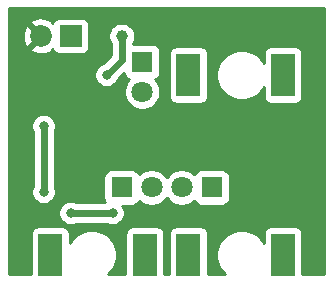
<source format=gbr>
%TF.GenerationSoftware,KiCad,Pcbnew,(5.1.9)-1*%
%TF.CreationDate,2021-03-03T01:29:12+00:00*%
%TF.ProjectId,NOR,4e4f522e-6b69-4636-9164-5f7063625858,rev?*%
%TF.SameCoordinates,Original*%
%TF.FileFunction,Copper,L2,Bot*%
%TF.FilePolarity,Positive*%
%FSLAX46Y46*%
G04 Gerber Fmt 4.6, Leading zero omitted, Abs format (unit mm)*
G04 Created by KiCad (PCBNEW (5.1.9)-1) date 2021-03-03 01:29:12*
%MOMM*%
%LPD*%
G01*
G04 APERTURE LIST*
%TA.AperFunction,ComponentPad*%
%ADD10R,1.850000X1.850000*%
%TD*%
%TA.AperFunction,ComponentPad*%
%ADD11C,1.850000*%
%TD*%
%TA.AperFunction,ComponentPad*%
%ADD12R,2.000000X3.600000*%
%TD*%
%TA.AperFunction,ComponentPad*%
%ADD13R,1.800000X1.800000*%
%TD*%
%TA.AperFunction,ComponentPad*%
%ADD14C,1.800000*%
%TD*%
%TA.AperFunction,ViaPad*%
%ADD15C,0.800000*%
%TD*%
%TA.AperFunction,ViaPad*%
%ADD16C,1.000000*%
%TD*%
%TA.AperFunction,Conductor*%
%ADD17C,0.600000*%
%TD*%
%TA.AperFunction,Conductor*%
%ADD18C,0.254000*%
%TD*%
%TA.AperFunction,Conductor*%
%ADD19C,0.100000*%
%TD*%
G04 APERTURE END LIST*
D10*
%TO.P,J1,1*%
%TO.N,+5V*%
X43942000Y-64008000D03*
D11*
%TO.P,J1,2*%
%TO.N,GND*%
X41442000Y-64008000D03*
%TD*%
D12*
%TO.P,J2,2*%
%TO.N,Net-(J2-Pad2)*%
X42220000Y-82550000D03*
%TO.P,J2,1*%
%TO.N,Net-(J2-Pad1)*%
X50220000Y-82550000D03*
%TD*%
%TO.P,J4,2*%
%TO.N,Net-(J4-Pad2)*%
X61920000Y-67310000D03*
%TO.P,J4,1*%
%TO.N,Net-(J4-Pad1)*%
X53920000Y-67310000D03*
%TD*%
%TO.P,J3,2*%
%TO.N,Net-(J3-Pad2)*%
X61920000Y-82550000D03*
%TO.P,J3,1*%
%TO.N,Net-(J3-Pad1)*%
X53920000Y-82550000D03*
%TD*%
D13*
%TO.P,D3,1*%
%TO.N,Net-(D3-Pad1)*%
X50000000Y-66195000D03*
D14*
%TO.P,D3,2*%
%TO.N,Net-(D3-Pad2)*%
X50000000Y-68735000D03*
%TD*%
D13*
%TO.P,D2,1*%
%TO.N,Net-(D2-Pad1)*%
X55880000Y-76835000D03*
D14*
%TO.P,D2,2*%
%TO.N,+5V*%
X53340000Y-76835000D03*
%TD*%
D13*
%TO.P,D1,1*%
%TO.N,Net-(D1-Pad1)*%
X48260000Y-76835000D03*
D14*
%TO.P,D1,2*%
%TO.N,+5V*%
X50800000Y-76835000D03*
%TD*%
D15*
%TO.N,GND*%
X65024000Y-80264000D03*
X63500000Y-78232000D03*
X64008000Y-73660000D03*
X64262000Y-64770000D03*
X47752000Y-73914000D03*
X44450000Y-68834000D03*
X39624000Y-80518000D03*
X39370000Y-70866000D03*
%TO.N,Net-(J4-Pad1)*%
X46990000Y-67310000D03*
D16*
X48260000Y-64008000D03*
D15*
%TO.N,Net-(J2-Pad1)*%
X47498000Y-78994000D03*
X43942000Y-78994000D03*
X41656000Y-77216000D03*
X41656000Y-71628000D03*
%TD*%
D17*
%TO.N,Net-(J4-Pad1)*%
X46990000Y-67310000D02*
X48260000Y-66040000D01*
X48260000Y-66040000D02*
X48260000Y-64008000D01*
%TO.N,Net-(J2-Pad1)*%
X47498000Y-78994000D02*
X43942000Y-78994000D01*
X41656000Y-77216000D02*
X41656000Y-71882000D01*
%TD*%
D18*
%TO.N,GND*%
X65380000Y-84201000D02*
X63558072Y-84201000D01*
X63558072Y-80750000D01*
X63545812Y-80625518D01*
X63509502Y-80505820D01*
X63450537Y-80395506D01*
X63371185Y-80298815D01*
X63274494Y-80219463D01*
X63164180Y-80160498D01*
X63044482Y-80124188D01*
X62920000Y-80111928D01*
X60920000Y-80111928D01*
X60795518Y-80124188D01*
X60675820Y-80160498D01*
X60565506Y-80219463D01*
X60468815Y-80298815D01*
X60389463Y-80395506D01*
X60330498Y-80505820D01*
X60294188Y-80625518D01*
X60281928Y-80750000D01*
X60281928Y-81493674D01*
X60078363Y-81189017D01*
X59780983Y-80891637D01*
X59431302Y-80657988D01*
X59042756Y-80497047D01*
X58630279Y-80415000D01*
X58209721Y-80415000D01*
X57797244Y-80497047D01*
X57408698Y-80657988D01*
X57059017Y-80891637D01*
X56761637Y-81189017D01*
X56527988Y-81538698D01*
X56367047Y-81927244D01*
X56285000Y-82339721D01*
X56285000Y-82760279D01*
X56367047Y-83172756D01*
X56527988Y-83561302D01*
X56761637Y-83910983D01*
X57051654Y-84201000D01*
X55558072Y-84201000D01*
X55558072Y-80750000D01*
X55545812Y-80625518D01*
X55509502Y-80505820D01*
X55450537Y-80395506D01*
X55371185Y-80298815D01*
X55274494Y-80219463D01*
X55164180Y-80160498D01*
X55044482Y-80124188D01*
X54920000Y-80111928D01*
X52920000Y-80111928D01*
X52795518Y-80124188D01*
X52675820Y-80160498D01*
X52565506Y-80219463D01*
X52468815Y-80298815D01*
X52389463Y-80395506D01*
X52330498Y-80505820D01*
X52294188Y-80625518D01*
X52281928Y-80750000D01*
X52281928Y-84201000D01*
X51858072Y-84201000D01*
X51858072Y-80750000D01*
X51845812Y-80625518D01*
X51809502Y-80505820D01*
X51750537Y-80395506D01*
X51671185Y-80298815D01*
X51574494Y-80219463D01*
X51464180Y-80160498D01*
X51344482Y-80124188D01*
X51220000Y-80111928D01*
X49220000Y-80111928D01*
X49095518Y-80124188D01*
X48975820Y-80160498D01*
X48865506Y-80219463D01*
X48768815Y-80298815D01*
X48689463Y-80395506D01*
X48630498Y-80505820D01*
X48594188Y-80625518D01*
X48581928Y-80750000D01*
X48581928Y-84201000D01*
X47088346Y-84201000D01*
X47378363Y-83910983D01*
X47612012Y-83561302D01*
X47772953Y-83172756D01*
X47855000Y-82760279D01*
X47855000Y-82339721D01*
X47772953Y-81927244D01*
X47612012Y-81538698D01*
X47378363Y-81189017D01*
X47080983Y-80891637D01*
X46731302Y-80657988D01*
X46342756Y-80497047D01*
X45930279Y-80415000D01*
X45509721Y-80415000D01*
X45097244Y-80497047D01*
X44708698Y-80657988D01*
X44359017Y-80891637D01*
X44061637Y-81189017D01*
X43858072Y-81493674D01*
X43858072Y-80750000D01*
X43845812Y-80625518D01*
X43809502Y-80505820D01*
X43750537Y-80395506D01*
X43671185Y-80298815D01*
X43574494Y-80219463D01*
X43464180Y-80160498D01*
X43344482Y-80124188D01*
X43220000Y-80111928D01*
X41220000Y-80111928D01*
X41095518Y-80124188D01*
X40975820Y-80160498D01*
X40865506Y-80219463D01*
X40768815Y-80298815D01*
X40689463Y-80395506D01*
X40630498Y-80505820D01*
X40594188Y-80625518D01*
X40581928Y-80750000D01*
X40581928Y-84201000D01*
X38760000Y-84201000D01*
X38760000Y-78892061D01*
X42907000Y-78892061D01*
X42907000Y-79095939D01*
X42946774Y-79295898D01*
X43024795Y-79484256D01*
X43138063Y-79653774D01*
X43282226Y-79797937D01*
X43451744Y-79911205D01*
X43640102Y-79989226D01*
X43840061Y-80029000D01*
X44043939Y-80029000D01*
X44243898Y-79989226D01*
X44389295Y-79929000D01*
X47050705Y-79929000D01*
X47196102Y-79989226D01*
X47396061Y-80029000D01*
X47599939Y-80029000D01*
X47799898Y-79989226D01*
X47988256Y-79911205D01*
X48157774Y-79797937D01*
X48301937Y-79653774D01*
X48415205Y-79484256D01*
X48493226Y-79295898D01*
X48533000Y-79095939D01*
X48533000Y-78892061D01*
X48493226Y-78692102D01*
X48415205Y-78503744D01*
X48327893Y-78373072D01*
X49160000Y-78373072D01*
X49284482Y-78360812D01*
X49404180Y-78324502D01*
X49514494Y-78265537D01*
X49611185Y-78186185D01*
X49690537Y-78089494D01*
X49749502Y-77979180D01*
X49755056Y-77960873D01*
X49821495Y-78027312D01*
X50072905Y-78195299D01*
X50352257Y-78311011D01*
X50648816Y-78370000D01*
X50951184Y-78370000D01*
X51247743Y-78311011D01*
X51527095Y-78195299D01*
X51778505Y-78027312D01*
X51992312Y-77813505D01*
X52070000Y-77697237D01*
X52147688Y-77813505D01*
X52361495Y-78027312D01*
X52612905Y-78195299D01*
X52892257Y-78311011D01*
X53188816Y-78370000D01*
X53491184Y-78370000D01*
X53787743Y-78311011D01*
X54067095Y-78195299D01*
X54318505Y-78027312D01*
X54384944Y-77960873D01*
X54390498Y-77979180D01*
X54449463Y-78089494D01*
X54528815Y-78186185D01*
X54625506Y-78265537D01*
X54735820Y-78324502D01*
X54855518Y-78360812D01*
X54980000Y-78373072D01*
X56780000Y-78373072D01*
X56904482Y-78360812D01*
X57024180Y-78324502D01*
X57134494Y-78265537D01*
X57231185Y-78186185D01*
X57310537Y-78089494D01*
X57369502Y-77979180D01*
X57405812Y-77859482D01*
X57418072Y-77735000D01*
X57418072Y-75935000D01*
X57405812Y-75810518D01*
X57369502Y-75690820D01*
X57310537Y-75580506D01*
X57231185Y-75483815D01*
X57134494Y-75404463D01*
X57024180Y-75345498D01*
X56904482Y-75309188D01*
X56780000Y-75296928D01*
X54980000Y-75296928D01*
X54855518Y-75309188D01*
X54735820Y-75345498D01*
X54625506Y-75404463D01*
X54528815Y-75483815D01*
X54449463Y-75580506D01*
X54390498Y-75690820D01*
X54384944Y-75709127D01*
X54318505Y-75642688D01*
X54067095Y-75474701D01*
X53787743Y-75358989D01*
X53491184Y-75300000D01*
X53188816Y-75300000D01*
X52892257Y-75358989D01*
X52612905Y-75474701D01*
X52361495Y-75642688D01*
X52147688Y-75856495D01*
X52070000Y-75972763D01*
X51992312Y-75856495D01*
X51778505Y-75642688D01*
X51527095Y-75474701D01*
X51247743Y-75358989D01*
X50951184Y-75300000D01*
X50648816Y-75300000D01*
X50352257Y-75358989D01*
X50072905Y-75474701D01*
X49821495Y-75642688D01*
X49755056Y-75709127D01*
X49749502Y-75690820D01*
X49690537Y-75580506D01*
X49611185Y-75483815D01*
X49514494Y-75404463D01*
X49404180Y-75345498D01*
X49284482Y-75309188D01*
X49160000Y-75296928D01*
X47360000Y-75296928D01*
X47235518Y-75309188D01*
X47115820Y-75345498D01*
X47005506Y-75404463D01*
X46908815Y-75483815D01*
X46829463Y-75580506D01*
X46770498Y-75690820D01*
X46734188Y-75810518D01*
X46721928Y-75935000D01*
X46721928Y-77735000D01*
X46734188Y-77859482D01*
X46770498Y-77979180D01*
X46813163Y-78059000D01*
X44389295Y-78059000D01*
X44243898Y-77998774D01*
X44043939Y-77959000D01*
X43840061Y-77959000D01*
X43640102Y-77998774D01*
X43451744Y-78076795D01*
X43282226Y-78190063D01*
X43138063Y-78334226D01*
X43024795Y-78503744D01*
X42946774Y-78692102D01*
X42907000Y-78892061D01*
X38760000Y-78892061D01*
X38760000Y-71526061D01*
X40621000Y-71526061D01*
X40621000Y-71729939D01*
X40660774Y-71929898D01*
X40721001Y-72075298D01*
X40721000Y-76768704D01*
X40660774Y-76914102D01*
X40621000Y-77114061D01*
X40621000Y-77317939D01*
X40660774Y-77517898D01*
X40738795Y-77706256D01*
X40852063Y-77875774D01*
X40996226Y-78019937D01*
X41165744Y-78133205D01*
X41354102Y-78211226D01*
X41554061Y-78251000D01*
X41757939Y-78251000D01*
X41957898Y-78211226D01*
X42146256Y-78133205D01*
X42315774Y-78019937D01*
X42459937Y-77875774D01*
X42573205Y-77706256D01*
X42651226Y-77517898D01*
X42691000Y-77317939D01*
X42691000Y-77114061D01*
X42651226Y-76914102D01*
X42591000Y-76768705D01*
X42591000Y-72075295D01*
X42651226Y-71929898D01*
X42691000Y-71729939D01*
X42691000Y-71526061D01*
X42651226Y-71326102D01*
X42573205Y-71137744D01*
X42459937Y-70968226D01*
X42315774Y-70824063D01*
X42146256Y-70710795D01*
X41957898Y-70632774D01*
X41757939Y-70593000D01*
X41554061Y-70593000D01*
X41354102Y-70632774D01*
X41165744Y-70710795D01*
X40996226Y-70824063D01*
X40852063Y-70968226D01*
X40738795Y-71137744D01*
X40660774Y-71326102D01*
X40621000Y-71526061D01*
X38760000Y-71526061D01*
X38760000Y-67208061D01*
X45955000Y-67208061D01*
X45955000Y-67411939D01*
X45994774Y-67611898D01*
X46072795Y-67800256D01*
X46186063Y-67969774D01*
X46330226Y-68113937D01*
X46499744Y-68227205D01*
X46688102Y-68305226D01*
X46888061Y-68345000D01*
X47091939Y-68345000D01*
X47291898Y-68305226D01*
X47480256Y-68227205D01*
X47649774Y-68113937D01*
X47793937Y-67969774D01*
X47907205Y-67800256D01*
X47967431Y-67654858D01*
X48467788Y-67154501D01*
X48474188Y-67219482D01*
X48510498Y-67339180D01*
X48569463Y-67449494D01*
X48648815Y-67546185D01*
X48745506Y-67625537D01*
X48855820Y-67684502D01*
X48874127Y-67690056D01*
X48807688Y-67756495D01*
X48639701Y-68007905D01*
X48523989Y-68287257D01*
X48465000Y-68583816D01*
X48465000Y-68886184D01*
X48523989Y-69182743D01*
X48639701Y-69462095D01*
X48807688Y-69713505D01*
X49021495Y-69927312D01*
X49272905Y-70095299D01*
X49552257Y-70211011D01*
X49848816Y-70270000D01*
X50151184Y-70270000D01*
X50447743Y-70211011D01*
X50727095Y-70095299D01*
X50978505Y-69927312D01*
X51192312Y-69713505D01*
X51360299Y-69462095D01*
X51476011Y-69182743D01*
X51535000Y-68886184D01*
X51535000Y-68583816D01*
X51476011Y-68287257D01*
X51360299Y-68007905D01*
X51192312Y-67756495D01*
X51125873Y-67690056D01*
X51144180Y-67684502D01*
X51254494Y-67625537D01*
X51351185Y-67546185D01*
X51430537Y-67449494D01*
X51489502Y-67339180D01*
X51525812Y-67219482D01*
X51538072Y-67095000D01*
X51538072Y-65510000D01*
X52281928Y-65510000D01*
X52281928Y-69110000D01*
X52294188Y-69234482D01*
X52330498Y-69354180D01*
X52389463Y-69464494D01*
X52468815Y-69561185D01*
X52565506Y-69640537D01*
X52675820Y-69699502D01*
X52795518Y-69735812D01*
X52920000Y-69748072D01*
X54920000Y-69748072D01*
X55044482Y-69735812D01*
X55164180Y-69699502D01*
X55274494Y-69640537D01*
X55371185Y-69561185D01*
X55450537Y-69464494D01*
X55509502Y-69354180D01*
X55545812Y-69234482D01*
X55558072Y-69110000D01*
X55558072Y-67099721D01*
X56285000Y-67099721D01*
X56285000Y-67520279D01*
X56367047Y-67932756D01*
X56527988Y-68321302D01*
X56761637Y-68670983D01*
X57059017Y-68968363D01*
X57408698Y-69202012D01*
X57797244Y-69362953D01*
X58209721Y-69445000D01*
X58630279Y-69445000D01*
X59042756Y-69362953D01*
X59431302Y-69202012D01*
X59780983Y-68968363D01*
X60078363Y-68670983D01*
X60281928Y-68366326D01*
X60281928Y-69110000D01*
X60294188Y-69234482D01*
X60330498Y-69354180D01*
X60389463Y-69464494D01*
X60468815Y-69561185D01*
X60565506Y-69640537D01*
X60675820Y-69699502D01*
X60795518Y-69735812D01*
X60920000Y-69748072D01*
X62920000Y-69748072D01*
X63044482Y-69735812D01*
X63164180Y-69699502D01*
X63274494Y-69640537D01*
X63371185Y-69561185D01*
X63450537Y-69464494D01*
X63509502Y-69354180D01*
X63545812Y-69234482D01*
X63558072Y-69110000D01*
X63558072Y-65510000D01*
X63545812Y-65385518D01*
X63509502Y-65265820D01*
X63450537Y-65155506D01*
X63371185Y-65058815D01*
X63274494Y-64979463D01*
X63164180Y-64920498D01*
X63044482Y-64884188D01*
X62920000Y-64871928D01*
X60920000Y-64871928D01*
X60795518Y-64884188D01*
X60675820Y-64920498D01*
X60565506Y-64979463D01*
X60468815Y-65058815D01*
X60389463Y-65155506D01*
X60330498Y-65265820D01*
X60294188Y-65385518D01*
X60281928Y-65510000D01*
X60281928Y-66253674D01*
X60078363Y-65949017D01*
X59780983Y-65651637D01*
X59431302Y-65417988D01*
X59042756Y-65257047D01*
X58630279Y-65175000D01*
X58209721Y-65175000D01*
X57797244Y-65257047D01*
X57408698Y-65417988D01*
X57059017Y-65651637D01*
X56761637Y-65949017D01*
X56527988Y-66298698D01*
X56367047Y-66687244D01*
X56285000Y-67099721D01*
X55558072Y-67099721D01*
X55558072Y-65510000D01*
X55545812Y-65385518D01*
X55509502Y-65265820D01*
X55450537Y-65155506D01*
X55371185Y-65058815D01*
X55274494Y-64979463D01*
X55164180Y-64920498D01*
X55044482Y-64884188D01*
X54920000Y-64871928D01*
X52920000Y-64871928D01*
X52795518Y-64884188D01*
X52675820Y-64920498D01*
X52565506Y-64979463D01*
X52468815Y-65058815D01*
X52389463Y-65155506D01*
X52330498Y-65265820D01*
X52294188Y-65385518D01*
X52281928Y-65510000D01*
X51538072Y-65510000D01*
X51538072Y-65295000D01*
X51525812Y-65170518D01*
X51489502Y-65050820D01*
X51430537Y-64940506D01*
X51351185Y-64843815D01*
X51254494Y-64764463D01*
X51144180Y-64705498D01*
X51024482Y-64669188D01*
X50900000Y-64656928D01*
X49195000Y-64656928D01*
X49195000Y-64651619D01*
X49265824Y-64545624D01*
X49351383Y-64339067D01*
X49395000Y-64119788D01*
X49395000Y-63896212D01*
X49351383Y-63676933D01*
X49265824Y-63470376D01*
X49141612Y-63284480D01*
X48983520Y-63126388D01*
X48797624Y-63002176D01*
X48591067Y-62916617D01*
X48371788Y-62873000D01*
X48148212Y-62873000D01*
X47928933Y-62916617D01*
X47722376Y-63002176D01*
X47536480Y-63126388D01*
X47378388Y-63284480D01*
X47254176Y-63470376D01*
X47168617Y-63676933D01*
X47125000Y-63896212D01*
X47125000Y-64119788D01*
X47168617Y-64339067D01*
X47254176Y-64545624D01*
X47325001Y-64651620D01*
X47325000Y-65652710D01*
X46645142Y-66332569D01*
X46499744Y-66392795D01*
X46330226Y-66506063D01*
X46186063Y-66650226D01*
X46072795Y-66819744D01*
X45994774Y-67008102D01*
X45955000Y-67208061D01*
X38760000Y-67208061D01*
X38760000Y-64073562D01*
X39875824Y-64073562D01*
X39918708Y-64377848D01*
X40020132Y-64667921D01*
X40103347Y-64823607D01*
X40360083Y-64910312D01*
X41262395Y-64008000D01*
X40360083Y-63105688D01*
X40103347Y-63192393D01*
X39969952Y-63469223D01*
X39893127Y-63766757D01*
X39875824Y-64073562D01*
X38760000Y-64073562D01*
X38760000Y-62926083D01*
X40539688Y-62926083D01*
X41442000Y-63828395D01*
X41456143Y-63814253D01*
X41635748Y-63993858D01*
X41621605Y-64008000D01*
X41635748Y-64022143D01*
X41456143Y-64201748D01*
X41442000Y-64187605D01*
X40539688Y-65089917D01*
X40626393Y-65346653D01*
X40903223Y-65480048D01*
X41200757Y-65556873D01*
X41507562Y-65574176D01*
X41811848Y-65531292D01*
X42101921Y-65429868D01*
X42257607Y-65346653D01*
X42344311Y-65089919D01*
X42425724Y-65171332D01*
X42427498Y-65177180D01*
X42486463Y-65287494D01*
X42565815Y-65384185D01*
X42662506Y-65463537D01*
X42772820Y-65522502D01*
X42892518Y-65558812D01*
X43017000Y-65571072D01*
X44867000Y-65571072D01*
X44991482Y-65558812D01*
X45111180Y-65522502D01*
X45221494Y-65463537D01*
X45318185Y-65384185D01*
X45397537Y-65287494D01*
X45456502Y-65177180D01*
X45492812Y-65057482D01*
X45505072Y-64933000D01*
X45505072Y-63083000D01*
X45492812Y-62958518D01*
X45456502Y-62838820D01*
X45397537Y-62728506D01*
X45318185Y-62631815D01*
X45221494Y-62552463D01*
X45111180Y-62493498D01*
X44991482Y-62457188D01*
X44867000Y-62444928D01*
X43017000Y-62444928D01*
X42892518Y-62457188D01*
X42772820Y-62493498D01*
X42662506Y-62552463D01*
X42565815Y-62631815D01*
X42486463Y-62728506D01*
X42427498Y-62838820D01*
X42425724Y-62844668D01*
X42344311Y-62926081D01*
X42257607Y-62669347D01*
X41980777Y-62535952D01*
X41683243Y-62459127D01*
X41376438Y-62441824D01*
X41072152Y-62484708D01*
X40782079Y-62586132D01*
X40626393Y-62669347D01*
X40539688Y-62926083D01*
X38760000Y-62926083D01*
X38760000Y-61620000D01*
X65380001Y-61620000D01*
X65380000Y-84201000D01*
%TA.AperFunction,Conductor*%
D19*
G36*
X65380000Y-84201000D02*
G01*
X63558072Y-84201000D01*
X63558072Y-80750000D01*
X63545812Y-80625518D01*
X63509502Y-80505820D01*
X63450537Y-80395506D01*
X63371185Y-80298815D01*
X63274494Y-80219463D01*
X63164180Y-80160498D01*
X63044482Y-80124188D01*
X62920000Y-80111928D01*
X60920000Y-80111928D01*
X60795518Y-80124188D01*
X60675820Y-80160498D01*
X60565506Y-80219463D01*
X60468815Y-80298815D01*
X60389463Y-80395506D01*
X60330498Y-80505820D01*
X60294188Y-80625518D01*
X60281928Y-80750000D01*
X60281928Y-81493674D01*
X60078363Y-81189017D01*
X59780983Y-80891637D01*
X59431302Y-80657988D01*
X59042756Y-80497047D01*
X58630279Y-80415000D01*
X58209721Y-80415000D01*
X57797244Y-80497047D01*
X57408698Y-80657988D01*
X57059017Y-80891637D01*
X56761637Y-81189017D01*
X56527988Y-81538698D01*
X56367047Y-81927244D01*
X56285000Y-82339721D01*
X56285000Y-82760279D01*
X56367047Y-83172756D01*
X56527988Y-83561302D01*
X56761637Y-83910983D01*
X57051654Y-84201000D01*
X55558072Y-84201000D01*
X55558072Y-80750000D01*
X55545812Y-80625518D01*
X55509502Y-80505820D01*
X55450537Y-80395506D01*
X55371185Y-80298815D01*
X55274494Y-80219463D01*
X55164180Y-80160498D01*
X55044482Y-80124188D01*
X54920000Y-80111928D01*
X52920000Y-80111928D01*
X52795518Y-80124188D01*
X52675820Y-80160498D01*
X52565506Y-80219463D01*
X52468815Y-80298815D01*
X52389463Y-80395506D01*
X52330498Y-80505820D01*
X52294188Y-80625518D01*
X52281928Y-80750000D01*
X52281928Y-84201000D01*
X51858072Y-84201000D01*
X51858072Y-80750000D01*
X51845812Y-80625518D01*
X51809502Y-80505820D01*
X51750537Y-80395506D01*
X51671185Y-80298815D01*
X51574494Y-80219463D01*
X51464180Y-80160498D01*
X51344482Y-80124188D01*
X51220000Y-80111928D01*
X49220000Y-80111928D01*
X49095518Y-80124188D01*
X48975820Y-80160498D01*
X48865506Y-80219463D01*
X48768815Y-80298815D01*
X48689463Y-80395506D01*
X48630498Y-80505820D01*
X48594188Y-80625518D01*
X48581928Y-80750000D01*
X48581928Y-84201000D01*
X47088346Y-84201000D01*
X47378363Y-83910983D01*
X47612012Y-83561302D01*
X47772953Y-83172756D01*
X47855000Y-82760279D01*
X47855000Y-82339721D01*
X47772953Y-81927244D01*
X47612012Y-81538698D01*
X47378363Y-81189017D01*
X47080983Y-80891637D01*
X46731302Y-80657988D01*
X46342756Y-80497047D01*
X45930279Y-80415000D01*
X45509721Y-80415000D01*
X45097244Y-80497047D01*
X44708698Y-80657988D01*
X44359017Y-80891637D01*
X44061637Y-81189017D01*
X43858072Y-81493674D01*
X43858072Y-80750000D01*
X43845812Y-80625518D01*
X43809502Y-80505820D01*
X43750537Y-80395506D01*
X43671185Y-80298815D01*
X43574494Y-80219463D01*
X43464180Y-80160498D01*
X43344482Y-80124188D01*
X43220000Y-80111928D01*
X41220000Y-80111928D01*
X41095518Y-80124188D01*
X40975820Y-80160498D01*
X40865506Y-80219463D01*
X40768815Y-80298815D01*
X40689463Y-80395506D01*
X40630498Y-80505820D01*
X40594188Y-80625518D01*
X40581928Y-80750000D01*
X40581928Y-84201000D01*
X38760000Y-84201000D01*
X38760000Y-78892061D01*
X42907000Y-78892061D01*
X42907000Y-79095939D01*
X42946774Y-79295898D01*
X43024795Y-79484256D01*
X43138063Y-79653774D01*
X43282226Y-79797937D01*
X43451744Y-79911205D01*
X43640102Y-79989226D01*
X43840061Y-80029000D01*
X44043939Y-80029000D01*
X44243898Y-79989226D01*
X44389295Y-79929000D01*
X47050705Y-79929000D01*
X47196102Y-79989226D01*
X47396061Y-80029000D01*
X47599939Y-80029000D01*
X47799898Y-79989226D01*
X47988256Y-79911205D01*
X48157774Y-79797937D01*
X48301937Y-79653774D01*
X48415205Y-79484256D01*
X48493226Y-79295898D01*
X48533000Y-79095939D01*
X48533000Y-78892061D01*
X48493226Y-78692102D01*
X48415205Y-78503744D01*
X48327893Y-78373072D01*
X49160000Y-78373072D01*
X49284482Y-78360812D01*
X49404180Y-78324502D01*
X49514494Y-78265537D01*
X49611185Y-78186185D01*
X49690537Y-78089494D01*
X49749502Y-77979180D01*
X49755056Y-77960873D01*
X49821495Y-78027312D01*
X50072905Y-78195299D01*
X50352257Y-78311011D01*
X50648816Y-78370000D01*
X50951184Y-78370000D01*
X51247743Y-78311011D01*
X51527095Y-78195299D01*
X51778505Y-78027312D01*
X51992312Y-77813505D01*
X52070000Y-77697237D01*
X52147688Y-77813505D01*
X52361495Y-78027312D01*
X52612905Y-78195299D01*
X52892257Y-78311011D01*
X53188816Y-78370000D01*
X53491184Y-78370000D01*
X53787743Y-78311011D01*
X54067095Y-78195299D01*
X54318505Y-78027312D01*
X54384944Y-77960873D01*
X54390498Y-77979180D01*
X54449463Y-78089494D01*
X54528815Y-78186185D01*
X54625506Y-78265537D01*
X54735820Y-78324502D01*
X54855518Y-78360812D01*
X54980000Y-78373072D01*
X56780000Y-78373072D01*
X56904482Y-78360812D01*
X57024180Y-78324502D01*
X57134494Y-78265537D01*
X57231185Y-78186185D01*
X57310537Y-78089494D01*
X57369502Y-77979180D01*
X57405812Y-77859482D01*
X57418072Y-77735000D01*
X57418072Y-75935000D01*
X57405812Y-75810518D01*
X57369502Y-75690820D01*
X57310537Y-75580506D01*
X57231185Y-75483815D01*
X57134494Y-75404463D01*
X57024180Y-75345498D01*
X56904482Y-75309188D01*
X56780000Y-75296928D01*
X54980000Y-75296928D01*
X54855518Y-75309188D01*
X54735820Y-75345498D01*
X54625506Y-75404463D01*
X54528815Y-75483815D01*
X54449463Y-75580506D01*
X54390498Y-75690820D01*
X54384944Y-75709127D01*
X54318505Y-75642688D01*
X54067095Y-75474701D01*
X53787743Y-75358989D01*
X53491184Y-75300000D01*
X53188816Y-75300000D01*
X52892257Y-75358989D01*
X52612905Y-75474701D01*
X52361495Y-75642688D01*
X52147688Y-75856495D01*
X52070000Y-75972763D01*
X51992312Y-75856495D01*
X51778505Y-75642688D01*
X51527095Y-75474701D01*
X51247743Y-75358989D01*
X50951184Y-75300000D01*
X50648816Y-75300000D01*
X50352257Y-75358989D01*
X50072905Y-75474701D01*
X49821495Y-75642688D01*
X49755056Y-75709127D01*
X49749502Y-75690820D01*
X49690537Y-75580506D01*
X49611185Y-75483815D01*
X49514494Y-75404463D01*
X49404180Y-75345498D01*
X49284482Y-75309188D01*
X49160000Y-75296928D01*
X47360000Y-75296928D01*
X47235518Y-75309188D01*
X47115820Y-75345498D01*
X47005506Y-75404463D01*
X46908815Y-75483815D01*
X46829463Y-75580506D01*
X46770498Y-75690820D01*
X46734188Y-75810518D01*
X46721928Y-75935000D01*
X46721928Y-77735000D01*
X46734188Y-77859482D01*
X46770498Y-77979180D01*
X46813163Y-78059000D01*
X44389295Y-78059000D01*
X44243898Y-77998774D01*
X44043939Y-77959000D01*
X43840061Y-77959000D01*
X43640102Y-77998774D01*
X43451744Y-78076795D01*
X43282226Y-78190063D01*
X43138063Y-78334226D01*
X43024795Y-78503744D01*
X42946774Y-78692102D01*
X42907000Y-78892061D01*
X38760000Y-78892061D01*
X38760000Y-71526061D01*
X40621000Y-71526061D01*
X40621000Y-71729939D01*
X40660774Y-71929898D01*
X40721001Y-72075298D01*
X40721000Y-76768704D01*
X40660774Y-76914102D01*
X40621000Y-77114061D01*
X40621000Y-77317939D01*
X40660774Y-77517898D01*
X40738795Y-77706256D01*
X40852063Y-77875774D01*
X40996226Y-78019937D01*
X41165744Y-78133205D01*
X41354102Y-78211226D01*
X41554061Y-78251000D01*
X41757939Y-78251000D01*
X41957898Y-78211226D01*
X42146256Y-78133205D01*
X42315774Y-78019937D01*
X42459937Y-77875774D01*
X42573205Y-77706256D01*
X42651226Y-77517898D01*
X42691000Y-77317939D01*
X42691000Y-77114061D01*
X42651226Y-76914102D01*
X42591000Y-76768705D01*
X42591000Y-72075295D01*
X42651226Y-71929898D01*
X42691000Y-71729939D01*
X42691000Y-71526061D01*
X42651226Y-71326102D01*
X42573205Y-71137744D01*
X42459937Y-70968226D01*
X42315774Y-70824063D01*
X42146256Y-70710795D01*
X41957898Y-70632774D01*
X41757939Y-70593000D01*
X41554061Y-70593000D01*
X41354102Y-70632774D01*
X41165744Y-70710795D01*
X40996226Y-70824063D01*
X40852063Y-70968226D01*
X40738795Y-71137744D01*
X40660774Y-71326102D01*
X40621000Y-71526061D01*
X38760000Y-71526061D01*
X38760000Y-67208061D01*
X45955000Y-67208061D01*
X45955000Y-67411939D01*
X45994774Y-67611898D01*
X46072795Y-67800256D01*
X46186063Y-67969774D01*
X46330226Y-68113937D01*
X46499744Y-68227205D01*
X46688102Y-68305226D01*
X46888061Y-68345000D01*
X47091939Y-68345000D01*
X47291898Y-68305226D01*
X47480256Y-68227205D01*
X47649774Y-68113937D01*
X47793937Y-67969774D01*
X47907205Y-67800256D01*
X47967431Y-67654858D01*
X48467788Y-67154501D01*
X48474188Y-67219482D01*
X48510498Y-67339180D01*
X48569463Y-67449494D01*
X48648815Y-67546185D01*
X48745506Y-67625537D01*
X48855820Y-67684502D01*
X48874127Y-67690056D01*
X48807688Y-67756495D01*
X48639701Y-68007905D01*
X48523989Y-68287257D01*
X48465000Y-68583816D01*
X48465000Y-68886184D01*
X48523989Y-69182743D01*
X48639701Y-69462095D01*
X48807688Y-69713505D01*
X49021495Y-69927312D01*
X49272905Y-70095299D01*
X49552257Y-70211011D01*
X49848816Y-70270000D01*
X50151184Y-70270000D01*
X50447743Y-70211011D01*
X50727095Y-70095299D01*
X50978505Y-69927312D01*
X51192312Y-69713505D01*
X51360299Y-69462095D01*
X51476011Y-69182743D01*
X51535000Y-68886184D01*
X51535000Y-68583816D01*
X51476011Y-68287257D01*
X51360299Y-68007905D01*
X51192312Y-67756495D01*
X51125873Y-67690056D01*
X51144180Y-67684502D01*
X51254494Y-67625537D01*
X51351185Y-67546185D01*
X51430537Y-67449494D01*
X51489502Y-67339180D01*
X51525812Y-67219482D01*
X51538072Y-67095000D01*
X51538072Y-65510000D01*
X52281928Y-65510000D01*
X52281928Y-69110000D01*
X52294188Y-69234482D01*
X52330498Y-69354180D01*
X52389463Y-69464494D01*
X52468815Y-69561185D01*
X52565506Y-69640537D01*
X52675820Y-69699502D01*
X52795518Y-69735812D01*
X52920000Y-69748072D01*
X54920000Y-69748072D01*
X55044482Y-69735812D01*
X55164180Y-69699502D01*
X55274494Y-69640537D01*
X55371185Y-69561185D01*
X55450537Y-69464494D01*
X55509502Y-69354180D01*
X55545812Y-69234482D01*
X55558072Y-69110000D01*
X55558072Y-67099721D01*
X56285000Y-67099721D01*
X56285000Y-67520279D01*
X56367047Y-67932756D01*
X56527988Y-68321302D01*
X56761637Y-68670983D01*
X57059017Y-68968363D01*
X57408698Y-69202012D01*
X57797244Y-69362953D01*
X58209721Y-69445000D01*
X58630279Y-69445000D01*
X59042756Y-69362953D01*
X59431302Y-69202012D01*
X59780983Y-68968363D01*
X60078363Y-68670983D01*
X60281928Y-68366326D01*
X60281928Y-69110000D01*
X60294188Y-69234482D01*
X60330498Y-69354180D01*
X60389463Y-69464494D01*
X60468815Y-69561185D01*
X60565506Y-69640537D01*
X60675820Y-69699502D01*
X60795518Y-69735812D01*
X60920000Y-69748072D01*
X62920000Y-69748072D01*
X63044482Y-69735812D01*
X63164180Y-69699502D01*
X63274494Y-69640537D01*
X63371185Y-69561185D01*
X63450537Y-69464494D01*
X63509502Y-69354180D01*
X63545812Y-69234482D01*
X63558072Y-69110000D01*
X63558072Y-65510000D01*
X63545812Y-65385518D01*
X63509502Y-65265820D01*
X63450537Y-65155506D01*
X63371185Y-65058815D01*
X63274494Y-64979463D01*
X63164180Y-64920498D01*
X63044482Y-64884188D01*
X62920000Y-64871928D01*
X60920000Y-64871928D01*
X60795518Y-64884188D01*
X60675820Y-64920498D01*
X60565506Y-64979463D01*
X60468815Y-65058815D01*
X60389463Y-65155506D01*
X60330498Y-65265820D01*
X60294188Y-65385518D01*
X60281928Y-65510000D01*
X60281928Y-66253674D01*
X60078363Y-65949017D01*
X59780983Y-65651637D01*
X59431302Y-65417988D01*
X59042756Y-65257047D01*
X58630279Y-65175000D01*
X58209721Y-65175000D01*
X57797244Y-65257047D01*
X57408698Y-65417988D01*
X57059017Y-65651637D01*
X56761637Y-65949017D01*
X56527988Y-66298698D01*
X56367047Y-66687244D01*
X56285000Y-67099721D01*
X55558072Y-67099721D01*
X55558072Y-65510000D01*
X55545812Y-65385518D01*
X55509502Y-65265820D01*
X55450537Y-65155506D01*
X55371185Y-65058815D01*
X55274494Y-64979463D01*
X55164180Y-64920498D01*
X55044482Y-64884188D01*
X54920000Y-64871928D01*
X52920000Y-64871928D01*
X52795518Y-64884188D01*
X52675820Y-64920498D01*
X52565506Y-64979463D01*
X52468815Y-65058815D01*
X52389463Y-65155506D01*
X52330498Y-65265820D01*
X52294188Y-65385518D01*
X52281928Y-65510000D01*
X51538072Y-65510000D01*
X51538072Y-65295000D01*
X51525812Y-65170518D01*
X51489502Y-65050820D01*
X51430537Y-64940506D01*
X51351185Y-64843815D01*
X51254494Y-64764463D01*
X51144180Y-64705498D01*
X51024482Y-64669188D01*
X50900000Y-64656928D01*
X49195000Y-64656928D01*
X49195000Y-64651619D01*
X49265824Y-64545624D01*
X49351383Y-64339067D01*
X49395000Y-64119788D01*
X49395000Y-63896212D01*
X49351383Y-63676933D01*
X49265824Y-63470376D01*
X49141612Y-63284480D01*
X48983520Y-63126388D01*
X48797624Y-63002176D01*
X48591067Y-62916617D01*
X48371788Y-62873000D01*
X48148212Y-62873000D01*
X47928933Y-62916617D01*
X47722376Y-63002176D01*
X47536480Y-63126388D01*
X47378388Y-63284480D01*
X47254176Y-63470376D01*
X47168617Y-63676933D01*
X47125000Y-63896212D01*
X47125000Y-64119788D01*
X47168617Y-64339067D01*
X47254176Y-64545624D01*
X47325001Y-64651620D01*
X47325000Y-65652710D01*
X46645142Y-66332569D01*
X46499744Y-66392795D01*
X46330226Y-66506063D01*
X46186063Y-66650226D01*
X46072795Y-66819744D01*
X45994774Y-67008102D01*
X45955000Y-67208061D01*
X38760000Y-67208061D01*
X38760000Y-64073562D01*
X39875824Y-64073562D01*
X39918708Y-64377848D01*
X40020132Y-64667921D01*
X40103347Y-64823607D01*
X40360083Y-64910312D01*
X41262395Y-64008000D01*
X40360083Y-63105688D01*
X40103347Y-63192393D01*
X39969952Y-63469223D01*
X39893127Y-63766757D01*
X39875824Y-64073562D01*
X38760000Y-64073562D01*
X38760000Y-62926083D01*
X40539688Y-62926083D01*
X41442000Y-63828395D01*
X41456143Y-63814253D01*
X41635748Y-63993858D01*
X41621605Y-64008000D01*
X41635748Y-64022143D01*
X41456143Y-64201748D01*
X41442000Y-64187605D01*
X40539688Y-65089917D01*
X40626393Y-65346653D01*
X40903223Y-65480048D01*
X41200757Y-65556873D01*
X41507562Y-65574176D01*
X41811848Y-65531292D01*
X42101921Y-65429868D01*
X42257607Y-65346653D01*
X42344311Y-65089919D01*
X42425724Y-65171332D01*
X42427498Y-65177180D01*
X42486463Y-65287494D01*
X42565815Y-65384185D01*
X42662506Y-65463537D01*
X42772820Y-65522502D01*
X42892518Y-65558812D01*
X43017000Y-65571072D01*
X44867000Y-65571072D01*
X44991482Y-65558812D01*
X45111180Y-65522502D01*
X45221494Y-65463537D01*
X45318185Y-65384185D01*
X45397537Y-65287494D01*
X45456502Y-65177180D01*
X45492812Y-65057482D01*
X45505072Y-64933000D01*
X45505072Y-63083000D01*
X45492812Y-62958518D01*
X45456502Y-62838820D01*
X45397537Y-62728506D01*
X45318185Y-62631815D01*
X45221494Y-62552463D01*
X45111180Y-62493498D01*
X44991482Y-62457188D01*
X44867000Y-62444928D01*
X43017000Y-62444928D01*
X42892518Y-62457188D01*
X42772820Y-62493498D01*
X42662506Y-62552463D01*
X42565815Y-62631815D01*
X42486463Y-62728506D01*
X42427498Y-62838820D01*
X42425724Y-62844668D01*
X42344311Y-62926081D01*
X42257607Y-62669347D01*
X41980777Y-62535952D01*
X41683243Y-62459127D01*
X41376438Y-62441824D01*
X41072152Y-62484708D01*
X40782079Y-62586132D01*
X40626393Y-62669347D01*
X40539688Y-62926083D01*
X38760000Y-62926083D01*
X38760000Y-61620000D01*
X65380001Y-61620000D01*
X65380000Y-84201000D01*
G37*
%TD.AperFunction*%
%TD*%
M02*

</source>
